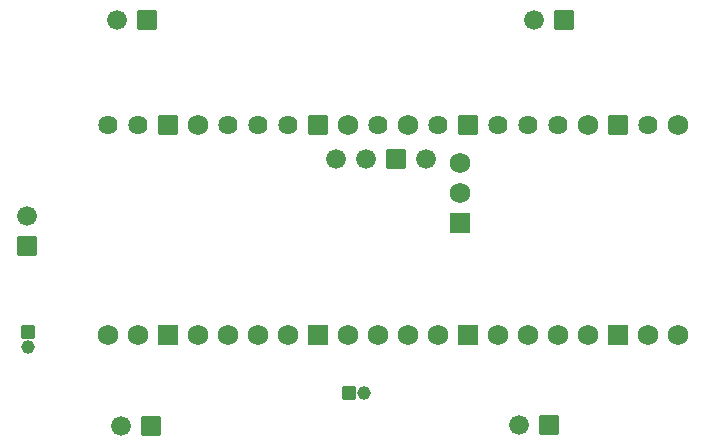
<source format=gbs>
G04 Layer: BottomSolderMaskLayer*
G04 EasyEDA v6.5.34, 2023-09-18 22:27:19*
G04 bc2ed7582af3402095bcfb090b7e3d1d,4f913e99b9844981aeab8c69eabd27f9,10*
G04 Gerber Generator version 0.2*
G04 Scale: 100 percent, Rotated: No, Reflected: No *
G04 Dimensions in millimeters *
G04 leading zeros omitted , absolute positions ,4 integer and 5 decimal *
%FSLAX45Y45*%
%MOMM*%

%AMMACRO1*1,1,$1,$2,$3*1,1,$1,$4,$5*1,1,$1,0-$2,0-$3*1,1,$1,0-$4,0-$5*20,1,$1,$2,$3,$4,$5,0*20,1,$1,$4,$5,0-$2,0-$3,0*20,1,$1,0-$2,0-$3,0-$4,0-$5,0*20,1,$1,0-$4,0-$5,$2,$3,0*4,1,4,$2,$3,$4,$5,0-$2,0-$3,0-$4,0-$5,$2,$3,0*%
%ADD10MACRO1,0.1016X-0.7874X0.7874X0.7874X0.7874*%
%ADD11C,1.6764*%
%ADD12MACRO1,0.1016X0.7874X-0.7874X-0.7874X-0.7874*%
%ADD13MACRO1,0.1016X0.7874X0.7874X0.7874X-0.7874*%
%ADD14C,1.7272*%
%ADD15C,1.6256*%
%ADD16MACRO1,0.1016X-0.762X0.762X0.762X0.762*%
%ADD17MACRO1,0.2032X-0.762X0.762X0.762X0.762*%
%ADD18C,1.1516*%
%ADD19MACRO1,0.1016X0.525X0.525X0.525X-0.525*%
%ADD20MACRO1,0.1016X-0.525X0.525X0.525X0.525*%

%LPD*%
D10*
G01*
X317500Y-2209800D03*
D11*
G01*
X317500Y-1955800D03*
G01*
X3695700Y-1473200D03*
D12*
G01*
X3441700Y-1473200D03*
D11*
G01*
X3187700Y-1473200D03*
G01*
X2933700Y-1473200D03*
G01*
X4483100Y-3721100D03*
D13*
G01*
X4737100Y-3721100D03*
D11*
G01*
X1117600Y-3733800D03*
D13*
G01*
X1371600Y-3733800D03*
D11*
G01*
X1079500Y-292100D03*
D13*
G01*
X1333500Y-292100D03*
D11*
G01*
X4610100Y-292100D03*
D13*
G01*
X4864100Y-292100D03*
D14*
G01*
X5829300Y-1181100D03*
D15*
G01*
X5575300Y-1181100D03*
D16*
G01*
X5321300Y-1181100D03*
D14*
G01*
X5067300Y-1181100D03*
D15*
G01*
X4813300Y-1181100D03*
G01*
X4559300Y-1181100D03*
G01*
X4305300Y-1181100D03*
D16*
G01*
X4051300Y-1181100D03*
D15*
G01*
X3797300Y-1181100D03*
D14*
G01*
X3543300Y-1181100D03*
D15*
G01*
X3289300Y-1181100D03*
D14*
G01*
X3035300Y-1181100D03*
D16*
G01*
X2781300Y-1181100D03*
D15*
G01*
X2527300Y-1181100D03*
G01*
X2273300Y-1181100D03*
G01*
X2019300Y-1181100D03*
D14*
G01*
X1765300Y-1181100D03*
D16*
G01*
X1511300Y-1181100D03*
D15*
G01*
X1257300Y-1181100D03*
G01*
X1003300Y-1181100D03*
D14*
G01*
X5829300Y-2959100D03*
G01*
X5575300Y-2959100D03*
D17*
G01*
X5321300Y-2959100D03*
D14*
G01*
X5067300Y-2959100D03*
G01*
X4813300Y-2959100D03*
G01*
X4559300Y-2959100D03*
G01*
X4305300Y-2959100D03*
D17*
G01*
X4051300Y-2959100D03*
D14*
G01*
X3797300Y-2959100D03*
G01*
X3543300Y-2959100D03*
G01*
X3289300Y-2959100D03*
G01*
X3035300Y-2959100D03*
D17*
G01*
X2781300Y-2959100D03*
D14*
G01*
X2527300Y-2959100D03*
G01*
X2273300Y-2959100D03*
G01*
X2019300Y-2959100D03*
G01*
X1765300Y-2959100D03*
D17*
G01*
X1511300Y-2959100D03*
D14*
G01*
X1257300Y-2959100D03*
G01*
X1003300Y-2959100D03*
G01*
X3986301Y-1757705D03*
G01*
X3986301Y-1503705D03*
D17*
G01*
X3986293Y-2011700D03*
D18*
G01*
X330200Y-3059709D03*
D19*
G01*
X330201Y-2934717D03*
D18*
G01*
X3173996Y-3454400D03*
D20*
G01*
X3049002Y-3454401D03*
M02*

</source>
